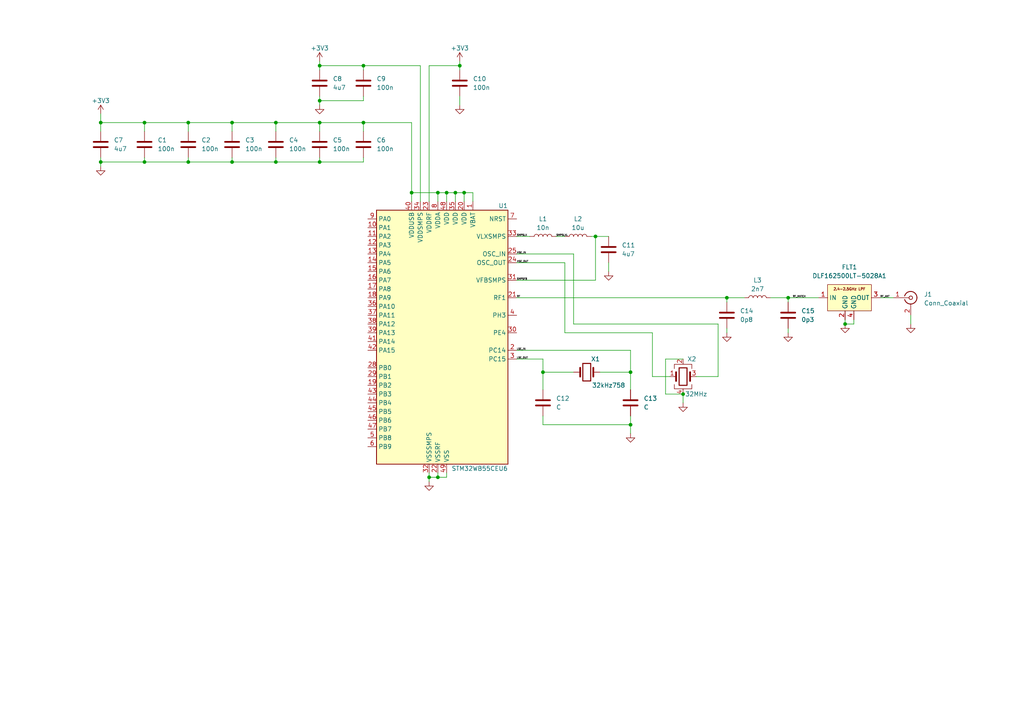
<source format=kicad_sch>
(kicad_sch (version 20230121) (generator eeschema)
  (paper "A4")
  (lib_symbols
    (symbol "Connector:Conn_Coaxial" (pin_names (offset 1.016) hide)
      (property "Reference" "J" (at 0.254 3.048 0))
      (property "Value" "Conn_Coaxial" (at 2.921 0 90))
      (symbol "Conn_Coaxial_0_1"
        (arc (start -1.778 -0.508) (mid 0.2311 -1.8066) (end 1.778 0) (stroke (width 0.254)))
        (polyline (pts (xy -2.54 0) (xy -0.508 0)))
        (polyline (pts (xy 0 -2.54) (xy 0 -1.778)))
        (circle (center 0 0) (radius 0.508) (stroke (width 0.2032)))
        (arc (start 1.778 0) (mid 0.2099 1.8101) (end -1.778 0.508) (stroke (width 0.254)))
      )
      (symbol "Conn_Coaxial_1_1"
        (pin passive line (at -5.08 0 0) (length 2.54) (name "In") (number "1"))
        (pin passive line (at 0 -5.08 90) (length 2.54) (name "Ext") (number "2"))
      )
    )
    (symbol "Device:C" (pin_numbers hide) (pin_names (offset 0.254))
      (property "Reference" "C" (at 0.635 2.54 0))
      (property "Value" "C" (at 0.635 -2.54 0))
      (symbol "C_0_1"
        (polyline (pts (xy -2.032 -0.762) (xy 2.032 -0.762)) (stroke (width 0.508)))
        (polyline (pts (xy -2.032 0.762) (xy 2.032 0.762)) (stroke (width 0.508)))
      )
      (symbol "C_1_1"
        (pin passive line (at 0 3.81 270) (length 2.794) (name "~") (number "1"))
        (pin passive line (at 0 -3.81 90) (length 2.794) (name "~") (number "2"))
      )
    )
    (symbol "Device:Crystal" (pin_numbers hide) (pin_names (offset 1.016) hide)
      (property "Reference" "Y" (at 0 3.81 0))
      (property "Value" "Crystal" (at 0 -3.81 0))
      (symbol "Crystal_0_1"
        (rectangle (start -1.143 2.54) (end 1.143 -2.54) (stroke (width 0.3048)))
        (polyline (pts (xy -2.54 0) (xy -1.905 0)))
        (polyline (pts (xy -1.905 -1.27) (xy -1.905 1.27)) (stroke (width 0.508)))
        (polyline (pts (xy 1.905 -1.27) (xy 1.905 1.27)) (stroke (width 0.508)))
        (polyline (pts (xy 2.54 0) (xy 1.905 0)))
      )
      (symbol "Crystal_1_1"
        (pin passive line (at -3.81 0 0) (length 1.27) (name "1") (number "1"))
        (pin passive line (at 3.81 0 180) (length 1.27) (name "2") (number "2"))
      )
    )
    (symbol "Device:Crystal_GND24" (pin_names (offset 1.016) hide)
      (property "Reference" "Y" (at 3.175 5.08 0))
      (property "Value" "Crystal_GND24" (at 3.175 3.175 0))
      (symbol "Crystal_GND24_0_1"
        (rectangle (start -1.143 2.54) (end 1.143 -2.54) (stroke (width 0.3048)))
        (polyline (pts (xy -2.54 0) (xy -2.032 0)))
        (polyline (pts (xy -2.032 -1.27) (xy -2.032 1.27)) (stroke (width 0.508)))
        (polyline (pts (xy 0 -3.81) (xy 0 -3.556)))
        (polyline (pts (xy 0 3.556) (xy 0 3.81)))
        (polyline (pts (xy 2.032 -1.27) (xy 2.032 1.27)) (stroke (width 0.508)))
        (polyline (pts (xy 2.032 0) (xy 2.54 0)))
        (polyline (pts (xy -2.54 -2.286) (xy -2.54 -3.556) (xy 2.54 -3.556) (xy 2.54 -2.286)))
        (polyline (pts (xy -2.54 2.286) (xy -2.54 3.556) (xy 2.54 3.556) (xy 2.54 2.286)))
      )
      (symbol "Crystal_GND24_1_1"
        (pin passive line (at -3.81 0 0) (length 1.27) (name "1") (number "1"))
        (pin passive line (at 0 5.08 270) (length 1.27) (name "2") (number "2"))
        (pin passive line (at 3.81 0 180) (length 1.27) (name "3") (number "3"))
        (pin passive line (at 0 -5.08 90) (length 1.27) (name "4") (number "4"))
      )
    )
    (symbol "Device:L" (pin_numbers hide) (pin_names (offset 1.016) hide)
      (property "Reference" "L" (at -1.27 0 90))
      (property "Value" "L" (at 1.905 0 90))
      (symbol "L_0_1"
        (arc (start 0 -2.54) (mid 0.6323 -1.905) (end 0 -1.27))
        (arc (start 0 -1.27) (mid 0.6323 -0.635) (end 0 0))
        (arc (start 0 0) (mid 0.6323 0.635) (end 0 1.27))
        (arc (start 0 1.27) (mid 0.6323 1.905) (end 0 2.54))
      )
      (symbol "L_1_1"
        (pin passive line (at 0 3.81 270) (length 1.27) (name "1") (number "1"))
        (pin passive line (at 0 -3.81 90) (length 1.27) (name "2") (number "2"))
      )
    )
    (symbol "MCU_ST_STM32WB:STM32WB55CEUx"
      (property "Reference" "U" (at -17.78 39.37 0))
      (property "Value" "STM32WB55CEUx" (at 12.7 39.37 0))
      (symbol "STM32WB55CEUx_0_1"
        (rectangle (start -17.78 -35.56) (end 20.32 38.1) (stroke (width 0.254)) (fill (type background)))
      )
      (symbol "STM32WB55CEUx_1_1"
        (pin power_in line (at -7.62 40.64 270) (length 2.54) (name "VBAT") (number "1"))
        (pin bidirectional line (at 22.86 33.02 180) (length 2.54) (name "PA1") (number "10"))
        (pin bidirectional line (at 22.86 30.48 180) (length 2.54) (name "PA2") (number "11"))
        (pin bidirectional line (at 22.86 27.94 180) (length 2.54) (name "PA3") (number "12"))
        (pin bidirectional line (at 22.86 25.4 180) (length 2.54) (name "PA4") (number "13"))
        (pin bidirectional line (at 22.86 22.86 180) (length 2.54) (name "PA5") (number "14"))
        (pin bidirectional line (at 22.86 20.32 180) (length 2.54) (name "PA6") (number "15"))
        (pin bidirectional line (at 22.86 17.78 180) (length 2.54) (name "PA7") (number "16"))
        (pin bidirectional line (at 22.86 15.24 180) (length 2.54) (name "PA8") (number "17"))
        (pin bidirectional line (at 22.86 12.7 180) (length 2.54) (name "PA9") (number "18"))
        (pin bidirectional line (at 22.86 -12.7 180) (length 2.54) (name "PB2") (number "19"))
        (pin bidirectional line (at -20.32 -2.54 0) (length 2.54) (name "PC14") (number "2"))
        (pin power_in line (at -5.08 40.64 270) (length 2.54) (name "VDD") (number "20"))
        (pin bidirectional line (at -20.32 12.7 0) (length 2.54) (name "RF1") (number "21"))
        (pin power_in line (at 2.54 -38.1 90) (length 2.54) (name "VSSRF") (number "22"))
        (pin power_in line (at 5.08 40.64 270) (length 2.54) (name "VDDRF") (number "23"))
        (pin input line (at -20.32 22.86 0) (length 2.54) (name "OSC_OUT") (number "24"))
        (pin input line (at -20.32 25.4 0) (length 2.54) (name "OSC_IN") (number "25"))
        (pin no_connect line (at -17.78 -35.56 0) (length 2.54) hide (name "AT0") (number "26"))
        (pin no_connect line (at -17.78 -33.02 0) (length 2.54) hide (name "AT1") (number "27"))
        (pin bidirectional line (at 22.86 -7.62 180) (length 2.54) (name "PB0") (number "28"))
        (pin bidirectional line (at 22.86 -10.16 180) (length 2.54) (name "PB1") (number "29"))
        (pin bidirectional line (at -20.32 -5.08 0) (length 2.54) (name "PC15") (number "3"))
        (pin bidirectional line (at -20.32 2.54 0) (length 2.54) (name "PE4") (number "30"))
        (pin input line (at -20.32 17.78 0) (length 2.54) (name "VFBSMPS") (number "31"))
        (pin power_in line (at 5.08 -38.1 90) (length 2.54) (name "VSSSMPS") (number "32"))
        (pin power_in line (at -20.32 30.48 0) (length 2.54) (name "VLXSMPS") (number "33"))
        (pin power_in line (at 7.62 40.64 270) (length 2.54) (name "VDDSMPS") (number "34"))
        (pin power_in line (at -2.54 40.64 270) (length 2.54) (name "VDD") (number "35"))
        (pin bidirectional line (at 22.86 10.16 180) (length 2.54) (name "PA10") (number "36"))
        (pin bidirectional line (at 22.86 7.62 180) (length 2.54) (name "PA11") (number "37"))
        (pin bidirectional line (at 22.86 5.08 180) (length 2.54) (name "PA12") (number "38"))
        (pin bidirectional line (at 22.86 2.54 180) (length 2.54) (name "PA13") (number "39"))
        (pin bidirectional line (at -20.32 7.62 0) (length 2.54) (name "PH3") (number "4"))
        (pin power_in line (at 10.16 40.64 270) (length 2.54) (name "VDDUSB") (number "40"))
        (pin bidirectional line (at 22.86 0 180) (length 2.54) (name "PA14") (number "41"))
        (pin bidirectional line (at 22.86 -2.54 180) (length 2.54) (name "PA15") (number "42"))
        (pin bidirectional line (at 22.86 -15.24 180) (length 2.54) (name "PB3") (number "43"))
        (pin bidirectional line (at 22.86 -17.78 180) (length 2.54) (name "PB4") (number "44"))
        (pin bidirectional line (at 22.86 -20.32 180) (length 2.54) (name "PB5") (number "45"))
        (pin bidirectional line (at 22.86 -22.86 180) (length 2.54) (name "PB6") (number "46"))
        (pin bidirectional line (at 22.86 -25.4 180) (length 2.54) (name "PB7") (number "47"))
        (pin power_in line (at 0 40.64 270) (length 2.54) (name "VDD") (number "48"))
        (pin power_in line (at 0 -38.1 90) (length 2.54) (name "VSS") (number "49"))
        (pin bidirectional line (at 22.86 -27.94 180) (length 2.54) (name "PB8") (number "5"))
        (pin bidirectional line (at 22.86 -30.48 180) (length 2.54) (name "PB9") (number "6"))
        (pin input line (at -20.32 35.56 0) (length 2.54) (name "NRST") (number "7"))
        (pin power_in line (at 2.54 40.64 270) (length 2.54) (name "VDDA") (number "8"))
        (pin bidirectional line (at 22.86 35.56 180) (length 2.54) (name "PA0") (number "9"))
      )
    )
    (symbol "power:+3V3" (power) (pin_names (offset 0))
      (property "Value" "+3V3" (at 0 3.556 0))
      (symbol "+3V3_0_1"
        (polyline (pts (xy -0.762 1.27) (xy 0 2.54)))
        (polyline (pts (xy 0 0) (xy 0 2.54)))
        (polyline (pts (xy 0 2.54) (xy 0.762 1.27)))
      )
      (symbol "+3V3_1_1"
        (pin power_in line (at 0 0 90) (length 0) hide (name "+3V3") (number "1"))
      )
    )
    (symbol "power:GND" (power) (pin_names (offset 0))
      (property "Value" "GND" (at 0 -3.81 0))
      (symbol "GND_0_1"
        (polyline (pts (xy 0 0) (xy 0 -1.27) (xy 1.27 -1.27) (xy 0 -2.54) (xy -1.27 -1.27) (xy 0 -1.27)))
      )
      (symbol "GND_1_1"
        (pin power_in line (at 0 0 270) (length 0) hide (name "GND") (number "1"))
      )
    )
    (symbol "tutorial_schematicsymbols:DLF162500LT-5028A1"
      (property "Reference" "FLT" (at 0 7.62 0))
      (property "Value" "DLF162500LT-5028A1" (at 1.27 5.08 0))
      (symbol "DLF162500LT-5028A1_0_0"
        (pin passive line (at -8.89 0 0) (length 2.54) (name "IN") (number "1"))
        (pin passive line (at -1.27 -6.35 90) (length 2.54) (name "GND") (number "2"))
        (pin passive line (at 8.89 0 180) (length 2.54) (name "OUT") (number "3"))
        (pin passive line (at 1.27 -6.35 90) (length 2.54) (name "GND") (number "4"))
      )
      (symbol "DLF162500LT-5028A1_1_1"
        (rectangle (start -6.35 3.81) (end 6.35 -3.81) (fill (type background)))
        (text "2.4-2.5GHz LPF" (at 0 2.54 0) (effects (font (size 0.75 0.75))))
      )
    )
  )
  (junction (at 92.71 19.05))
  (junction (at 92.71 29.21))
  (junction (at 127 138.43))
  (junction (at 92.71 46.99))
  (junction (at 198.12 114.3))
  (junction (at 67.31 46.99))
  (junction (at 54.61 46.99))
  (junction (at 172.72 68.58))
  (junction (at 41.91 35.56))
  (junction (at 157.48 107.95))
  (junction (at 129.54 55.88))
  (junction (at 105.41 19.05))
  (junction (at 182.88 107.95))
  (junction (at 133.35 19.05))
  (junction (at 29.21 46.99))
  (junction (at 134.62 55.88))
  (junction (at 54.61 35.56))
  (junction (at 80.01 46.99))
  (junction (at 29.21 35.56))
  (junction (at 245.11 93.98))
  (junction (at 80.01 35.56))
  (junction (at 210.82 86.36))
  (junction (at 127 55.88))
  (junction (at 228.6 86.36))
  (junction (at 119.38 55.88))
  (junction (at 124.46 138.43))
  (junction (at 132.08 55.88))
  (junction (at 92.71 35.56))
  (junction (at 105.41 35.56))
  (junction (at 41.91 46.99))
  (junction (at 67.31 35.56))
  (junction (at 182.88 123.19))
  (wire (pts (xy 247.65 92.71) (xy 247.65 93.98)))
  (wire (pts (xy 105.41 29.21) (xy 105.41 27.94)))
  (wire (pts (xy 194.31 109.22) (xy 189.23 109.22)))
  (wire (pts (xy 41.91 46.99) (xy 54.61 46.99)))
  (wire (pts (xy 124.46 19.05) (xy 124.46 58.42)))
  (wire (pts (xy 92.71 19.05) (xy 92.71 20.32)))
  (wire (pts (xy 67.31 35.56) (xy 80.01 35.56)))
  (wire (pts (xy 208.28 109.22) (xy 201.93 109.22)))
  (wire (pts (xy 29.21 46.99) (xy 29.21 48.26)))
  (wire (pts (xy 92.71 29.21) (xy 105.41 29.21)))
  (wire (pts (xy 92.71 19.05) (xy 105.41 19.05)))
  (wire (pts (xy 189.23 96.52) (xy 163.83 96.52)))
  (wire (pts (xy 161.29 68.58) (xy 163.83 68.58)))
  (wire (pts (xy 54.61 46.99) (xy 67.31 46.99)))
  (wire (pts (xy 157.48 107.95) (xy 166.37 107.95)))
  (wire (pts (xy 119.38 55.88) (xy 119.38 58.42)))
  (wire (pts (xy 182.88 123.19) (xy 182.88 120.65)))
  (wire (pts (xy 166.37 73.66) (xy 166.37 93.98)))
  (wire (pts (xy 163.83 76.2) (xy 149.86 76.2)))
  (wire (pts (xy 127 55.88) (xy 127 58.42)))
  (wire (pts (xy 124.46 137.16) (xy 124.46 138.43)))
  (wire (pts (xy 198.12 114.3) (xy 198.12 116.84)))
  (wire (pts (xy 54.61 35.56) (xy 54.61 38.1)))
  (wire (pts (xy 149.86 73.66) (xy 166.37 73.66)))
  (wire (pts (xy 149.86 68.58) (xy 153.67 68.58)))
  (wire (pts (xy 163.83 96.52) (xy 163.83 76.2)))
  (wire (pts (xy 176.53 76.2) (xy 176.53 78.74)))
  (wire (pts (xy 157.48 113.03) (xy 157.48 107.95)))
  (wire (pts (xy 41.91 35.56) (xy 54.61 35.56)))
  (wire (pts (xy 105.41 19.05) (xy 121.92 19.05)))
  (wire (pts (xy 127 55.88) (xy 119.38 55.88)))
  (wire (pts (xy 121.92 19.05) (xy 121.92 58.42)))
  (wire (pts (xy 129.54 55.88) (xy 129.54 58.42)))
  (wire (pts (xy 41.91 45.72) (xy 41.91 46.99)))
  (wire (pts (xy 198.12 104.14) (xy 193.04 104.14)))
  (wire (pts (xy 119.38 35.56) (xy 119.38 55.88)))
  (wire (pts (xy 210.82 87.63) (xy 210.82 86.36)))
  (wire (pts (xy 133.35 17.78) (xy 133.35 19.05)))
  (wire (pts (xy 67.31 46.99) (xy 67.31 45.72)))
  (wire (pts (xy 264.16 91.44) (xy 264.16 93.98)))
  (wire (pts (xy 127 138.43) (xy 129.54 138.43)))
  (wire (pts (xy 129.54 55.88) (xy 127 55.88)))
  (wire (pts (xy 208.28 93.98) (xy 208.28 109.22)))
  (wire (pts (xy 172.72 68.58) (xy 171.45 68.58)))
  (wire (pts (xy 124.46 138.43) (xy 124.46 139.7)))
  (wire (pts (xy 92.71 17.78) (xy 92.71 19.05)))
  (wire (pts (xy 29.21 33.02) (xy 29.21 35.56)))
  (wire (pts (xy 67.31 35.56) (xy 67.31 38.1)))
  (wire (pts (xy 157.48 120.65) (xy 157.48 123.19)))
  (wire (pts (xy 228.6 86.36) (xy 237.49 86.36)))
  (wire (pts (xy 228.6 86.36) (xy 223.52 86.36)))
  (wire (pts (xy 193.04 104.14) (xy 193.04 114.3)))
  (wire (pts (xy 210.82 95.25) (xy 210.82 96.52)))
  (wire (pts (xy 149.86 86.36) (xy 210.82 86.36)))
  (wire (pts (xy 41.91 38.1) (xy 41.91 35.56)))
  (wire (pts (xy 29.21 38.1) (xy 29.21 35.56)))
  (wire (pts (xy 157.48 104.14) (xy 157.48 107.95)))
  (wire (pts (xy 182.88 125.73) (xy 182.88 123.19)))
  (wire (pts (xy 137.16 55.88) (xy 134.62 55.88)))
  (wire (pts (xy 92.71 29.21) (xy 92.71 30.48)))
  (wire (pts (xy 157.48 123.19) (xy 182.88 123.19)))
  (wire (pts (xy 172.72 68.58) (xy 176.53 68.58)))
  (wire (pts (xy 129.54 138.43) (xy 129.54 137.16)))
  (wire (pts (xy 133.35 19.05) (xy 124.46 19.05)))
  (wire (pts (xy 228.6 87.63) (xy 228.6 86.36)))
  (wire (pts (xy 245.11 93.98) (xy 247.65 93.98)))
  (wire (pts (xy 92.71 27.94) (xy 92.71 29.21)))
  (wire (pts (xy 149.86 104.14) (xy 157.48 104.14)))
  (wire (pts (xy 166.37 93.98) (xy 208.28 93.98)))
  (wire (pts (xy 132.08 55.88) (xy 129.54 55.88)))
  (wire (pts (xy 54.61 46.99) (xy 54.61 45.72)))
  (wire (pts (xy 228.6 95.25) (xy 228.6 96.52)))
  (wire (pts (xy 133.35 19.05) (xy 133.35 20.32)))
  (wire (pts (xy 172.72 81.28) (xy 172.72 68.58)))
  (wire (pts (xy 182.88 101.6) (xy 182.88 107.95)))
  (wire (pts (xy 105.41 46.99) (xy 105.41 45.72)))
  (wire (pts (xy 182.88 113.03) (xy 182.88 107.95)))
  (wire (pts (xy 134.62 55.88) (xy 134.62 58.42)))
  (wire (pts (xy 105.41 19.05) (xy 105.41 20.32)))
  (wire (pts (xy 80.01 46.99) (xy 92.71 46.99)))
  (wire (pts (xy 92.71 35.56) (xy 105.41 35.56)))
  (wire (pts (xy 210.82 86.36) (xy 215.9 86.36)))
  (wire (pts (xy 193.04 114.3) (xy 198.12 114.3)))
  (wire (pts (xy 255.27 86.36) (xy 259.08 86.36)))
  (wire (pts (xy 29.21 46.99) (xy 41.91 46.99)))
  (wire (pts (xy 54.61 35.56) (xy 67.31 35.56)))
  (wire (pts (xy 29.21 35.56) (xy 41.91 35.56)))
  (wire (pts (xy 29.21 45.72) (xy 29.21 46.99)))
  (wire (pts (xy 92.71 46.99) (xy 105.41 46.99)))
  (wire (pts (xy 67.31 46.99) (xy 80.01 46.99)))
  (wire (pts (xy 133.35 27.94) (xy 133.35 30.48)))
  (wire (pts (xy 134.62 55.88) (xy 132.08 55.88)))
  (wire (pts (xy 137.16 58.42) (xy 137.16 55.88)))
  (wire (pts (xy 245.11 92.71) (xy 245.11 93.98)))
  (wire (pts (xy 92.71 35.56) (xy 92.71 38.1)))
  (wire (pts (xy 105.41 35.56) (xy 105.41 38.1)))
  (wire (pts (xy 132.08 55.88) (xy 132.08 58.42)))
  (wire (pts (xy 92.71 46.99) (xy 92.71 45.72)))
  (wire (pts (xy 124.46 138.43) (xy 127 138.43)))
  (wire (pts (xy 80.01 46.99) (xy 80.01 45.72)))
  (wire (pts (xy 105.41 35.56) (xy 119.38 35.56)))
  (wire (pts (xy 182.88 107.95) (xy 173.99 107.95)))
  (wire (pts (xy 149.86 101.6) (xy 182.88 101.6)))
  (wire (pts (xy 127 138.43) (xy 127 137.16)))
  (wire (pts (xy 189.23 109.22) (xy 189.23 96.52)))
  (wire (pts (xy 80.01 35.56) (xy 92.71 35.56)))
  (wire (pts (xy 80.01 35.56) (xy 80.01 38.1)))
  (wire (pts (xy 149.86 81.28) (xy 172.72 81.28)))
  (label "RF" (at 149.86 86.36 0) (effects (font (size 0.5 0.5))))
  (label "RF_ANT" (at 255.27 86.36 0) (effects (font (size 0.5 0.5))))
  (label "HSE_OUT" (at 149.86 76.2 0) (effects (font (size 0.5 0.5))))
  (label "HSE_IN" (at 149.86 73.66 0) (effects (font (size 0.5 0.5))))
  (label "LSE_OUT" (at 149.86 104.14 0) (effects (font (size 0.5 0.5))))
  (label "SMPSLXL" (at 161.29 68.58 0) (effects (font (size 0.5 0.5))))
  (label "SMPSFB" (at 149.86 81.28 0) (effects (font (size 0.5 0.5))))
  (label "LSE_IN" (at 149.86 101.6 0) (effects (font (size 0.5 0.5))))
  (label "RF_MATCH" (at 229.87 86.36 0) (effects (font (size 0.5 0.5))))
  (label "SMPSLX" (at 149.86 68.58 0) (effects (font (size 0.5 0.5))))
  (symbol (lib_id "power:GND") (at 182.88 125.73 0) (unit 1)
    (property "Reference" "#PWR09" (effects hide))
    (property "Value" "GND" (effects hide))
  )
  (symbol (lib_id "power:GND") (at 228.6 96.52 0) (unit 1)
    (property "Reference" "#PWR012" (effects hide))
    (property "Value" "GND" (effects hide))
  )
  (symbol (lib_id "Device:L") (at 167.64 68.58 90) (unit 1)
    (property "Reference" "L2" (at 167.64 63.5 90))
    (property "Value" "10u" (at 167.64 66.04 90))
  )
  (symbol (lib_id "Device:C") (at 182.88 116.84 0) (unit 1)
    (property "Reference" "C13" (at 186.69 115.57 0) (effects (justify left)))
    (property "Value" "C" (at 186.69 118.11 0) (effects (justify left)))
  )
  (symbol (lib_id "Device:C") (at 105.41 24.13 0) (unit 1)
    (property "Reference" "C9" (at 109.22 22.86 0) (effects (justify left)))
    (property "Value" "100n" (at 109.22 25.4 0) (effects (justify left)))
  )
  (symbol (lib_id "Device:Crystal_GND24") (at 198.12 109.22 0) (unit 1)
    (property "Reference" "X2" (at 200.66 104.14 0))
    (property "Value" "32MHz" (at 201.93 114.3 0))
  )
  (symbol (lib_id "Device:C") (at 80.01 41.91 0) (unit 1)
    (property "Reference" "C4" (at 83.82 40.64 0) (effects (justify left)))
    (property "Value" "100n" (at 83.82 43.18 0) (effects (justify left)))
  )
  (symbol (lib_id "Device:C") (at 29.21 41.91 0) (unit 1)
    (property "Reference" "C7" (at 33.02 40.64 0) (effects (justify left)))
    (property "Value" "4u7" (at 33.02 43.18 0) (effects (justify left)))
  )
  (symbol (lib_id "power:+3V3") (at 133.35 17.78 0) (unit 1)
    (property "Reference" "#PWR06" (effects hide))
    (property "Value" "+3V3" (at 133.35 13.97 0))
  )
  (symbol (lib_id "power:+3V3") (at 92.71 17.78 0) (unit 1)
    (property "Reference" "#PWR04" (effects hide))
    (property "Value" "+3V3" (at 92.71 13.97 0))
  )
  (symbol (lib_id "Device:L") (at 157.48 68.58 90) (unit 1)
    (property "Reference" "L1" (at 157.48 63.5 90))
    (property "Value" "10n" (at 157.48 66.04 90))
  )
  (symbol (lib_id "power:GND") (at 124.46 139.7 0) (unit 1)
    (property "Reference" "#PWR01" (effects hide))
    (property "Value" "GND" (effects hide))
  )
  (symbol (lib_id "Device:C") (at 176.53 72.39 0) (unit 1)
    (property "Reference" "C11" (at 180.34 71.12 0) (effects (justify left)))
    (property "Value" "4u7" (at 180.34 73.66 0) (effects (justify left)))
  )
  (symbol (lib_id "tutorial_schematicsymbols:DLF162500LT-5028A1") (at 246.38 86.36 0) (unit 1)
    (property "Reference" "FLT1" (at 246.38 77.47 0))
    (property "Value" "DLF162500LT-5028A1" (at 246.38 80.01 0))
    (property "Footprint" "tutorial_footprints:DLF162500LT-5028A1" (effects hide))
  )
  (symbol (lib_id "Device:C") (at 92.71 24.13 0) (unit 1)
    (property "Reference" "C8" (at 96.52 22.86 0) (effects (justify left)))
    (property "Value" "4u7" (at 96.52 25.4 0) (effects (justify left)))
  )
  (symbol (lib_id "power:GND") (at 245.11 93.98 0) (unit 1)
    (property "Reference" "#PWR013" (effects hide))
    (property "Value" "GND" (effects hide))
  )
  (symbol (lib_id "Device:C") (at 67.31 41.91 0) (unit 1)
    (property "Reference" "C3" (at 71.12 40.64 0) (effects (justify left)))
    (property "Value" "100n" (at 71.12 43.18 0) (effects (justify left)))
  )
  (symbol (lib_id "Device:C") (at 157.48 116.84 0) (unit 1)
    (property "Reference" "C12" (at 161.29 115.57 0) (effects (justify left)))
    (property "Value" "C" (at 161.29 118.11 0) (effects (justify left)))
  )
  (symbol (lib_id "power:+3V3") (at 29.21 33.02 0) (unit 1)
    (property "Reference" "#PWR03" (effects hide))
    (property "Value" "+3V3" (at 29.21 29.21 0))
  )
  (symbol (lib_id "Device:C") (at 133.35 24.13 0) (unit 1)
    (property "Reference" "C10" (at 137.16 22.86 0) (effects (justify left)))
    (property "Value" "100n" (at 137.16 25.4 0) (effects (justify left)))
  )
  (symbol (lib_id "Device:C") (at 54.61 41.91 0) (unit 1)
    (property "Reference" "C2" (at 58.42 40.64 0) (effects (justify left)))
    (property "Value" "100n" (at 58.42 43.18 0) (effects (justify left)))
  )
  (symbol (lib_id "Connector:Conn_Coaxial") (at 264.16 86.36 0) (unit 1)
    (property "Reference" "J1" (at 267.97 85.3832 0) (effects (justify left)))
    (property "Value" "Conn_Coaxial" (at 267.97 87.9232 0) (effects (justify left)))
    (property "Datasheet" " ~" (effects hide))
  )
  (symbol (lib_id "power:GND") (at 133.35 30.48 0) (unit 1)
    (property "Reference" "#PWR07" (effects hide))
    (property "Value" "GND" (effects hide))
  )
  (symbol (lib_id "Device:Crystal") (at 170.18 107.95 0) (unit 1)
    (property "Reference" "X1" (at 172.72 104.14 0))
    (property "Value" "32kHz758" (at 176.53 111.76 0))
  )
  (symbol (lib_id "power:GND") (at 92.71 30.48 0) (unit 1)
    (property "Reference" "#PWR05" (effects hide))
    (property "Value" "GND" (effects hide))
  )
  (symbol (lib_id "Device:L") (at 219.71 86.36 90) (unit 1)
    (property "Reference" "L3" (at 219.71 81.28 90))
    (property "Value" "2n7" (at 219.71 83.82 90))
  )
  (symbol (lib_id "Device:C") (at 228.6 91.44 0) (unit 1)
    (property "Reference" "C15" (at 232.41 90.17 0) (effects (justify left)))
    (property "Value" "0p3" (at 232.41 92.71 0) (effects (justify left)))
  )
  (symbol (lib_id "Device:C") (at 41.91 41.91 0) (unit 1)
    (property "Reference" "C1" (at 45.72 40.64 0) (effects (justify left)))
    (property "Value" "100n" (at 45.72 43.18 0) (effects (justify left)))
  )
  (symbol (lib_id "Device:C") (at 92.71 41.91 0) (unit 1)
    (property "Reference" "C5" (at 96.52 40.64 0) (effects (justify left)))
    (property "Value" "100n" (at 96.52 43.18 0) (effects (justify left)))
  )
  (symbol (lib_id "power:GND") (at 198.12 116.84 0) (unit 1)
    (property "Reference" "#PWR010" (effects hide))
    (property "Value" "GND" (effects hide))
  )
  (symbol (lib_id "Device:C") (at 105.41 41.91 0) (unit 1)
    (property "Reference" "C6" (at 109.22 40.64 0) (effects (justify left)))
    (property "Value" "100n" (at 109.22 43.18 0) (effects (justify left)))
  )
  (symbol (lib_id "power:GND") (at 29.21 48.26 0) (unit 1)
    (property "Reference" "#PWR02" (effects hide))
    (property "Value" "GND" (effects hide))
  )
  (symbol (lib_id "power:GND") (at 210.82 96.52 0) (unit 1)
    (property "Reference" "#PWR011" (effects hide))
    (property "Value" "GND" (effects hide))
  )
  (symbol (lib_id "MCU_ST_STM32WB:STM32WB55CEUx") (at 129.54 99.06 0) (mirror y) (unit 1)
    (property "Reference" "U1" (at 147.32 59.69 0) (effects (justify left)))
    (property "Value" "STM32WB55CEU6" (at 147.32 135.89 0) (effects (justify left)))
    (property "Footprint" "Package_DFN_QFN:QFN-48-1EP_7x7mm_P0.5mm_EP5.6x5.6mm" (effects hide))
    (property "Datasheet" "https://www.st.com/resource/en/datasheet/stm32wb55ce.pdf" (effects hide))
  )
  (symbol (lib_id "power:GND") (at 176.53 78.74 0) (unit 1)
    (property "Reference" "#PWR08" (effects hide))
    (property "Value" "GND" (effects hide))
  )
  (symbol (lib_id "Device:C") (at 210.82 91.44 0) (unit 1)
    (property "Reference" "C14" (at 214.63 90.17 0) (effects (justify left)))
    (property "Value" "0p8" (at 214.63 92.71 0) (effects (justify left)))
  )
  (symbol (lib_id "power:GND") (at 264.16 93.98 0) (unit 1)
    (property "Reference" "#PWR014" (effects hide))
    (property "Value" "GND" (effects hide))
  )
)
</source>
